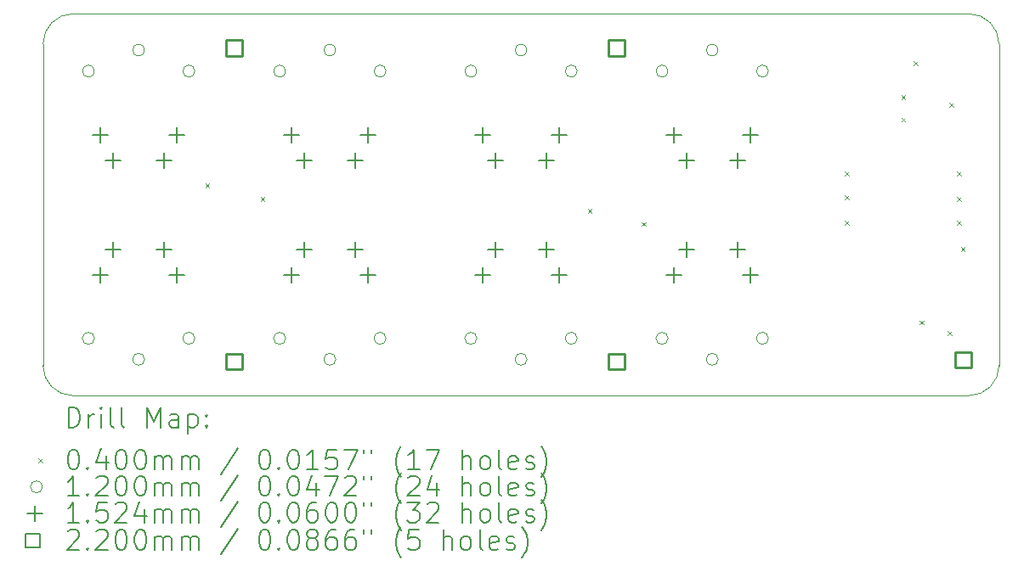
<source format=gbr>
%TF.GenerationSoftware,KiCad,Pcbnew,7.0.7*%
%TF.CreationDate,2023-09-02T22:33:10+10:00*%
%TF.ProjectId,artsey,61727473-6579-42e6-9b69-6361645f7063,rev?*%
%TF.SameCoordinates,Original*%
%TF.FileFunction,Drillmap*%
%TF.FilePolarity,Positive*%
%FSLAX45Y45*%
G04 Gerber Fmt 4.5, Leading zero omitted, Abs format (unit mm)*
G04 Created by KiCad (PCBNEW 7.0.7) date 2023-09-02 22:33:10*
%MOMM*%
%LPD*%
G01*
G04 APERTURE LIST*
%ADD10C,0.100000*%
%ADD11C,0.200000*%
%ADD12C,0.040000*%
%ADD13C,0.120000*%
%ADD14C,0.152400*%
%ADD15C,0.220000*%
G04 APERTURE END LIST*
D10*
X2800310Y-2500310D02*
G75*
G03*
X2500310Y-2800310I0J-300000D01*
G01*
X12025300Y-2800310D02*
G75*
G03*
X11725302Y-2500310I-300000J0D01*
G01*
X2500313Y-6010307D02*
G75*
G03*
X2800310Y-6310307I299997J-3D01*
G01*
X11725302Y-6310307D02*
X2800310Y-6310307D01*
X11725302Y-6310312D02*
G75*
G03*
X12025302Y-6010307I-2J300002D01*
G01*
X12025302Y-2800310D02*
X12025302Y-6010307D01*
X2800310Y-2500310D02*
X11725302Y-2500310D01*
X2500310Y-6010307D02*
X2500310Y-2800310D01*
D11*
D12*
X4117418Y-4191832D02*
X4157418Y-4231832D01*
X4157418Y-4191832D02*
X4117418Y-4231832D01*
X4668082Y-4325778D02*
X4708082Y-4365778D01*
X4708082Y-4325778D02*
X4668082Y-4365778D01*
X7927415Y-4444840D02*
X7967415Y-4484840D01*
X7967415Y-4444840D02*
X7927415Y-4484840D01*
X8463196Y-4578785D02*
X8503196Y-4618785D01*
X8503196Y-4578785D02*
X8463196Y-4618785D01*
X10487257Y-4072770D02*
X10527257Y-4112770D01*
X10527257Y-4072770D02*
X10487257Y-4112770D01*
X10487257Y-4310895D02*
X10527257Y-4350895D01*
X10527257Y-4310895D02*
X10487257Y-4350895D01*
X10487257Y-4563902D02*
X10527257Y-4603902D01*
X10527257Y-4563902D02*
X10487257Y-4603902D01*
X11052803Y-3313747D02*
X11092803Y-3353747D01*
X11092803Y-3313747D02*
X11052803Y-3353747D01*
X11052803Y-3536989D02*
X11092803Y-3576989D01*
X11092803Y-3536989D02*
X11052803Y-3576989D01*
X11171866Y-2971443D02*
X11211866Y-3011443D01*
X11211866Y-2971443D02*
X11171866Y-3011443D01*
X11231397Y-5561050D02*
X11271397Y-5601050D01*
X11271397Y-5561050D02*
X11231397Y-5601050D01*
X11514170Y-5665230D02*
X11554170Y-5705230D01*
X11554170Y-5665230D02*
X11514170Y-5705230D01*
X11529053Y-3388161D02*
X11569053Y-3428161D01*
X11569053Y-3388161D02*
X11529053Y-3428161D01*
X11603467Y-4072770D02*
X11643467Y-4112770D01*
X11643467Y-4072770D02*
X11603467Y-4112770D01*
X11603467Y-4325778D02*
X11643467Y-4365778D01*
X11643467Y-4325778D02*
X11603467Y-4365778D01*
X11603467Y-4563902D02*
X11643467Y-4603902D01*
X11643467Y-4563902D02*
X11603467Y-4603902D01*
X11645399Y-4829076D02*
X11685399Y-4869076D01*
X11685399Y-4829076D02*
X11645399Y-4869076D01*
D13*
X3012500Y-3072500D02*
G75*
G03*
X3012500Y-3072500I-60000J0D01*
G01*
X3012500Y-5737500D02*
G75*
G03*
X3012500Y-5737500I-60000J0D01*
G01*
X3512500Y-2862500D02*
G75*
G03*
X3512500Y-2862500I-60000J0D01*
G01*
X3512500Y-5947500D02*
G75*
G03*
X3512500Y-5947500I-60000J0D01*
G01*
X4012500Y-3072500D02*
G75*
G03*
X4012500Y-3072500I-60000J0D01*
G01*
X4012500Y-5737500D02*
G75*
G03*
X4012500Y-5737500I-60000J0D01*
G01*
X4917500Y-3072500D02*
G75*
G03*
X4917500Y-3072500I-60000J0D01*
G01*
X4917500Y-5737500D02*
G75*
G03*
X4917500Y-5737500I-60000J0D01*
G01*
X5417500Y-2862500D02*
G75*
G03*
X5417500Y-2862500I-60000J0D01*
G01*
X5417500Y-5947500D02*
G75*
G03*
X5417500Y-5947500I-60000J0D01*
G01*
X5917500Y-3072500D02*
G75*
G03*
X5917500Y-3072500I-60000J0D01*
G01*
X5917500Y-5737500D02*
G75*
G03*
X5917500Y-5737500I-60000J0D01*
G01*
X6822500Y-3072500D02*
G75*
G03*
X6822500Y-3072500I-60000J0D01*
G01*
X6822500Y-5737500D02*
G75*
G03*
X6822500Y-5737500I-60000J0D01*
G01*
X7322500Y-2862500D02*
G75*
G03*
X7322500Y-2862500I-60000J0D01*
G01*
X7322500Y-5947500D02*
G75*
G03*
X7322500Y-5947500I-60000J0D01*
G01*
X7822500Y-3072500D02*
G75*
G03*
X7822500Y-3072500I-60000J0D01*
G01*
X7822500Y-5737500D02*
G75*
G03*
X7822500Y-5737500I-60000J0D01*
G01*
X8727500Y-3072500D02*
G75*
G03*
X8727500Y-3072500I-60000J0D01*
G01*
X8727500Y-5737500D02*
G75*
G03*
X8727500Y-5737500I-60000J0D01*
G01*
X9227500Y-2862500D02*
G75*
G03*
X9227500Y-2862500I-60000J0D01*
G01*
X9227500Y-5947500D02*
G75*
G03*
X9227500Y-5947500I-60000J0D01*
G01*
X9727500Y-3072500D02*
G75*
G03*
X9727500Y-3072500I-60000J0D01*
G01*
X9727500Y-5737500D02*
G75*
G03*
X9727500Y-5737500I-60000J0D01*
G01*
D14*
X3071500Y-3630300D02*
X3071500Y-3782700D01*
X2995300Y-3706500D02*
X3147700Y-3706500D01*
X3072802Y-5029593D02*
X3072802Y-5181993D01*
X2996602Y-5105793D02*
X3149002Y-5105793D01*
X3198500Y-3884300D02*
X3198500Y-4036700D01*
X3122300Y-3960500D02*
X3274700Y-3960500D01*
X3199802Y-4775593D02*
X3199802Y-4927993D01*
X3123602Y-4851793D02*
X3276002Y-4851793D01*
X3706500Y-3884300D02*
X3706500Y-4036700D01*
X3630300Y-3960500D02*
X3782700Y-3960500D01*
X3707802Y-4775593D02*
X3707802Y-4927993D01*
X3631602Y-4851793D02*
X3784002Y-4851793D01*
X3833500Y-3630300D02*
X3833500Y-3782700D01*
X3757300Y-3706500D02*
X3909700Y-3706500D01*
X3834802Y-5029593D02*
X3834802Y-5181993D01*
X3758602Y-5105793D02*
X3911002Y-5105793D01*
X4974823Y-3630610D02*
X4974823Y-3783010D01*
X4898623Y-3706810D02*
X5051023Y-3706810D01*
X4975816Y-5029593D02*
X4975816Y-5181993D01*
X4899616Y-5105793D02*
X5052016Y-5105793D01*
X5101823Y-3884610D02*
X5101823Y-4037010D01*
X5025623Y-3960810D02*
X5178023Y-3960810D01*
X5102816Y-4775593D02*
X5102816Y-4927993D01*
X5026616Y-4851793D02*
X5179016Y-4851793D01*
X5609823Y-3884610D02*
X5609823Y-4037010D01*
X5533623Y-3960810D02*
X5686023Y-3960810D01*
X5610816Y-4775593D02*
X5610816Y-4927993D01*
X5534616Y-4851793D02*
X5687016Y-4851793D01*
X5736823Y-3630610D02*
X5736823Y-3783010D01*
X5660623Y-3706810D02*
X5813023Y-3706810D01*
X5737816Y-5029593D02*
X5737816Y-5181993D01*
X5661616Y-5105793D02*
X5814016Y-5105793D01*
X6880814Y-3632594D02*
X6880814Y-3784994D01*
X6804614Y-3708794D02*
X6957014Y-3708794D01*
X6880814Y-5029593D02*
X6880814Y-5181993D01*
X6804614Y-5105793D02*
X6957014Y-5105793D01*
X7007814Y-3886594D02*
X7007814Y-4038994D01*
X6931614Y-3962794D02*
X7084014Y-3962794D01*
X7007814Y-4775593D02*
X7007814Y-4927993D01*
X6931614Y-4851793D02*
X7084014Y-4851793D01*
X7515814Y-3886594D02*
X7515814Y-4038994D01*
X7439614Y-3962794D02*
X7592014Y-3962794D01*
X7515814Y-4775593D02*
X7515814Y-4927993D01*
X7439614Y-4851793D02*
X7592014Y-4851793D01*
X7642814Y-3632594D02*
X7642814Y-3784994D01*
X7566614Y-3708794D02*
X7719014Y-3708794D01*
X7642814Y-5029593D02*
X7642814Y-5181993D01*
X7566614Y-5105793D02*
X7719014Y-5105793D01*
X8784820Y-3630610D02*
X8784820Y-3783010D01*
X8708620Y-3706810D02*
X8861020Y-3706810D01*
X8785812Y-5029593D02*
X8785812Y-5181993D01*
X8709612Y-5105793D02*
X8862012Y-5105793D01*
X8911820Y-3884610D02*
X8911820Y-4037010D01*
X8835620Y-3960810D02*
X8988020Y-3960810D01*
X8912812Y-4775593D02*
X8912812Y-4927993D01*
X8836612Y-4851793D02*
X8989012Y-4851793D01*
X9419820Y-3884610D02*
X9419820Y-4037010D01*
X9343620Y-3960810D02*
X9496020Y-3960810D01*
X9420812Y-4775593D02*
X9420812Y-4927993D01*
X9344612Y-4851793D02*
X9497012Y-4851793D01*
X9546820Y-3630610D02*
X9546820Y-3783010D01*
X9470620Y-3706810D02*
X9623020Y-3706810D01*
X9547812Y-5029593D02*
X9547812Y-5181993D01*
X9471612Y-5105793D02*
X9624012Y-5105793D01*
D15*
X4483091Y-2920397D02*
X4483091Y-2764832D01*
X4327526Y-2764832D01*
X4327526Y-2920397D01*
X4483091Y-2920397D01*
X4483091Y-6045785D02*
X4483091Y-5890220D01*
X4327526Y-5890220D01*
X4327526Y-6045785D01*
X4483091Y-6045785D01*
X8293088Y-2920397D02*
X8293088Y-2764832D01*
X8137523Y-2764832D01*
X8137523Y-2920397D01*
X8293088Y-2920397D01*
X8293088Y-6045785D02*
X8293088Y-5890220D01*
X8137523Y-5890220D01*
X8137523Y-6045785D01*
X8293088Y-6045785D01*
X11745898Y-6030902D02*
X11745898Y-5875337D01*
X11590333Y-5875337D01*
X11590333Y-6030902D01*
X11745898Y-6030902D01*
D11*
X2756087Y-6626791D02*
X2756087Y-6426791D01*
X2756087Y-6426791D02*
X2803706Y-6426791D01*
X2803706Y-6426791D02*
X2832278Y-6436315D01*
X2832278Y-6436315D02*
X2851325Y-6455362D01*
X2851325Y-6455362D02*
X2860849Y-6474410D01*
X2860849Y-6474410D02*
X2870373Y-6512505D01*
X2870373Y-6512505D02*
X2870373Y-6541077D01*
X2870373Y-6541077D02*
X2860849Y-6579172D01*
X2860849Y-6579172D02*
X2851325Y-6598219D01*
X2851325Y-6598219D02*
X2832278Y-6617267D01*
X2832278Y-6617267D02*
X2803706Y-6626791D01*
X2803706Y-6626791D02*
X2756087Y-6626791D01*
X2956087Y-6626791D02*
X2956087Y-6493458D01*
X2956087Y-6531553D02*
X2965611Y-6512505D01*
X2965611Y-6512505D02*
X2975135Y-6502981D01*
X2975135Y-6502981D02*
X2994182Y-6493458D01*
X2994182Y-6493458D02*
X3013230Y-6493458D01*
X3079897Y-6626791D02*
X3079897Y-6493458D01*
X3079897Y-6426791D02*
X3070373Y-6436315D01*
X3070373Y-6436315D02*
X3079897Y-6445839D01*
X3079897Y-6445839D02*
X3089420Y-6436315D01*
X3089420Y-6436315D02*
X3079897Y-6426791D01*
X3079897Y-6426791D02*
X3079897Y-6445839D01*
X3203706Y-6626791D02*
X3184659Y-6617267D01*
X3184659Y-6617267D02*
X3175135Y-6598219D01*
X3175135Y-6598219D02*
X3175135Y-6426791D01*
X3308468Y-6626791D02*
X3289420Y-6617267D01*
X3289420Y-6617267D02*
X3279897Y-6598219D01*
X3279897Y-6598219D02*
X3279897Y-6426791D01*
X3537040Y-6626791D02*
X3537040Y-6426791D01*
X3537040Y-6426791D02*
X3603706Y-6569648D01*
X3603706Y-6569648D02*
X3670373Y-6426791D01*
X3670373Y-6426791D02*
X3670373Y-6626791D01*
X3851325Y-6626791D02*
X3851325Y-6522029D01*
X3851325Y-6522029D02*
X3841801Y-6502981D01*
X3841801Y-6502981D02*
X3822754Y-6493458D01*
X3822754Y-6493458D02*
X3784659Y-6493458D01*
X3784659Y-6493458D02*
X3765611Y-6502981D01*
X3851325Y-6617267D02*
X3832278Y-6626791D01*
X3832278Y-6626791D02*
X3784659Y-6626791D01*
X3784659Y-6626791D02*
X3765611Y-6617267D01*
X3765611Y-6617267D02*
X3756087Y-6598219D01*
X3756087Y-6598219D02*
X3756087Y-6579172D01*
X3756087Y-6579172D02*
X3765611Y-6560124D01*
X3765611Y-6560124D02*
X3784659Y-6550600D01*
X3784659Y-6550600D02*
X3832278Y-6550600D01*
X3832278Y-6550600D02*
X3851325Y-6541077D01*
X3946563Y-6493458D02*
X3946563Y-6693458D01*
X3946563Y-6502981D02*
X3965611Y-6493458D01*
X3965611Y-6493458D02*
X4003706Y-6493458D01*
X4003706Y-6493458D02*
X4022754Y-6502981D01*
X4022754Y-6502981D02*
X4032278Y-6512505D01*
X4032278Y-6512505D02*
X4041801Y-6531553D01*
X4041801Y-6531553D02*
X4041801Y-6588696D01*
X4041801Y-6588696D02*
X4032278Y-6607743D01*
X4032278Y-6607743D02*
X4022754Y-6617267D01*
X4022754Y-6617267D02*
X4003706Y-6626791D01*
X4003706Y-6626791D02*
X3965611Y-6626791D01*
X3965611Y-6626791D02*
X3946563Y-6617267D01*
X4127516Y-6607743D02*
X4137040Y-6617267D01*
X4137040Y-6617267D02*
X4127516Y-6626791D01*
X4127516Y-6626791D02*
X4117992Y-6617267D01*
X4117992Y-6617267D02*
X4127516Y-6607743D01*
X4127516Y-6607743D02*
X4127516Y-6626791D01*
X4127516Y-6502981D02*
X4137040Y-6512505D01*
X4137040Y-6512505D02*
X4127516Y-6522029D01*
X4127516Y-6522029D02*
X4117992Y-6512505D01*
X4117992Y-6512505D02*
X4127516Y-6502981D01*
X4127516Y-6502981D02*
X4127516Y-6522029D01*
D12*
X2455310Y-6935307D02*
X2495310Y-6975307D01*
X2495310Y-6935307D02*
X2455310Y-6975307D01*
D11*
X2794182Y-6846791D02*
X2813230Y-6846791D01*
X2813230Y-6846791D02*
X2832278Y-6856315D01*
X2832278Y-6856315D02*
X2841801Y-6865839D01*
X2841801Y-6865839D02*
X2851325Y-6884886D01*
X2851325Y-6884886D02*
X2860849Y-6922981D01*
X2860849Y-6922981D02*
X2860849Y-6970600D01*
X2860849Y-6970600D02*
X2851325Y-7008696D01*
X2851325Y-7008696D02*
X2841801Y-7027743D01*
X2841801Y-7027743D02*
X2832278Y-7037267D01*
X2832278Y-7037267D02*
X2813230Y-7046791D01*
X2813230Y-7046791D02*
X2794182Y-7046791D01*
X2794182Y-7046791D02*
X2775135Y-7037267D01*
X2775135Y-7037267D02*
X2765611Y-7027743D01*
X2765611Y-7027743D02*
X2756087Y-7008696D01*
X2756087Y-7008696D02*
X2746563Y-6970600D01*
X2746563Y-6970600D02*
X2746563Y-6922981D01*
X2746563Y-6922981D02*
X2756087Y-6884886D01*
X2756087Y-6884886D02*
X2765611Y-6865839D01*
X2765611Y-6865839D02*
X2775135Y-6856315D01*
X2775135Y-6856315D02*
X2794182Y-6846791D01*
X2946563Y-7027743D02*
X2956087Y-7037267D01*
X2956087Y-7037267D02*
X2946563Y-7046791D01*
X2946563Y-7046791D02*
X2937040Y-7037267D01*
X2937040Y-7037267D02*
X2946563Y-7027743D01*
X2946563Y-7027743D02*
X2946563Y-7046791D01*
X3127516Y-6913458D02*
X3127516Y-7046791D01*
X3079897Y-6837267D02*
X3032278Y-6980124D01*
X3032278Y-6980124D02*
X3156087Y-6980124D01*
X3270373Y-6846791D02*
X3289421Y-6846791D01*
X3289421Y-6846791D02*
X3308468Y-6856315D01*
X3308468Y-6856315D02*
X3317992Y-6865839D01*
X3317992Y-6865839D02*
X3327516Y-6884886D01*
X3327516Y-6884886D02*
X3337040Y-6922981D01*
X3337040Y-6922981D02*
X3337040Y-6970600D01*
X3337040Y-6970600D02*
X3327516Y-7008696D01*
X3327516Y-7008696D02*
X3317992Y-7027743D01*
X3317992Y-7027743D02*
X3308468Y-7037267D01*
X3308468Y-7037267D02*
X3289421Y-7046791D01*
X3289421Y-7046791D02*
X3270373Y-7046791D01*
X3270373Y-7046791D02*
X3251325Y-7037267D01*
X3251325Y-7037267D02*
X3241801Y-7027743D01*
X3241801Y-7027743D02*
X3232278Y-7008696D01*
X3232278Y-7008696D02*
X3222754Y-6970600D01*
X3222754Y-6970600D02*
X3222754Y-6922981D01*
X3222754Y-6922981D02*
X3232278Y-6884886D01*
X3232278Y-6884886D02*
X3241801Y-6865839D01*
X3241801Y-6865839D02*
X3251325Y-6856315D01*
X3251325Y-6856315D02*
X3270373Y-6846791D01*
X3460849Y-6846791D02*
X3479897Y-6846791D01*
X3479897Y-6846791D02*
X3498944Y-6856315D01*
X3498944Y-6856315D02*
X3508468Y-6865839D01*
X3508468Y-6865839D02*
X3517992Y-6884886D01*
X3517992Y-6884886D02*
X3527516Y-6922981D01*
X3527516Y-6922981D02*
X3527516Y-6970600D01*
X3527516Y-6970600D02*
X3517992Y-7008696D01*
X3517992Y-7008696D02*
X3508468Y-7027743D01*
X3508468Y-7027743D02*
X3498944Y-7037267D01*
X3498944Y-7037267D02*
X3479897Y-7046791D01*
X3479897Y-7046791D02*
X3460849Y-7046791D01*
X3460849Y-7046791D02*
X3441801Y-7037267D01*
X3441801Y-7037267D02*
X3432278Y-7027743D01*
X3432278Y-7027743D02*
X3422754Y-7008696D01*
X3422754Y-7008696D02*
X3413230Y-6970600D01*
X3413230Y-6970600D02*
X3413230Y-6922981D01*
X3413230Y-6922981D02*
X3422754Y-6884886D01*
X3422754Y-6884886D02*
X3432278Y-6865839D01*
X3432278Y-6865839D02*
X3441801Y-6856315D01*
X3441801Y-6856315D02*
X3460849Y-6846791D01*
X3613230Y-7046791D02*
X3613230Y-6913458D01*
X3613230Y-6932505D02*
X3622754Y-6922981D01*
X3622754Y-6922981D02*
X3641801Y-6913458D01*
X3641801Y-6913458D02*
X3670373Y-6913458D01*
X3670373Y-6913458D02*
X3689421Y-6922981D01*
X3689421Y-6922981D02*
X3698944Y-6942029D01*
X3698944Y-6942029D02*
X3698944Y-7046791D01*
X3698944Y-6942029D02*
X3708468Y-6922981D01*
X3708468Y-6922981D02*
X3727516Y-6913458D01*
X3727516Y-6913458D02*
X3756087Y-6913458D01*
X3756087Y-6913458D02*
X3775135Y-6922981D01*
X3775135Y-6922981D02*
X3784659Y-6942029D01*
X3784659Y-6942029D02*
X3784659Y-7046791D01*
X3879897Y-7046791D02*
X3879897Y-6913458D01*
X3879897Y-6932505D02*
X3889421Y-6922981D01*
X3889421Y-6922981D02*
X3908468Y-6913458D01*
X3908468Y-6913458D02*
X3937040Y-6913458D01*
X3937040Y-6913458D02*
X3956087Y-6922981D01*
X3956087Y-6922981D02*
X3965611Y-6942029D01*
X3965611Y-6942029D02*
X3965611Y-7046791D01*
X3965611Y-6942029D02*
X3975135Y-6922981D01*
X3975135Y-6922981D02*
X3994182Y-6913458D01*
X3994182Y-6913458D02*
X4022754Y-6913458D01*
X4022754Y-6913458D02*
X4041802Y-6922981D01*
X4041802Y-6922981D02*
X4051325Y-6942029D01*
X4051325Y-6942029D02*
X4051325Y-7046791D01*
X4441802Y-6837267D02*
X4270373Y-7094410D01*
X4698945Y-6846791D02*
X4717992Y-6846791D01*
X4717992Y-6846791D02*
X4737040Y-6856315D01*
X4737040Y-6856315D02*
X4746564Y-6865839D01*
X4746564Y-6865839D02*
X4756087Y-6884886D01*
X4756087Y-6884886D02*
X4765611Y-6922981D01*
X4765611Y-6922981D02*
X4765611Y-6970600D01*
X4765611Y-6970600D02*
X4756087Y-7008696D01*
X4756087Y-7008696D02*
X4746564Y-7027743D01*
X4746564Y-7027743D02*
X4737040Y-7037267D01*
X4737040Y-7037267D02*
X4717992Y-7046791D01*
X4717992Y-7046791D02*
X4698945Y-7046791D01*
X4698945Y-7046791D02*
X4679897Y-7037267D01*
X4679897Y-7037267D02*
X4670373Y-7027743D01*
X4670373Y-7027743D02*
X4660849Y-7008696D01*
X4660849Y-7008696D02*
X4651326Y-6970600D01*
X4651326Y-6970600D02*
X4651326Y-6922981D01*
X4651326Y-6922981D02*
X4660849Y-6884886D01*
X4660849Y-6884886D02*
X4670373Y-6865839D01*
X4670373Y-6865839D02*
X4679897Y-6856315D01*
X4679897Y-6856315D02*
X4698945Y-6846791D01*
X4851326Y-7027743D02*
X4860849Y-7037267D01*
X4860849Y-7037267D02*
X4851326Y-7046791D01*
X4851326Y-7046791D02*
X4841802Y-7037267D01*
X4841802Y-7037267D02*
X4851326Y-7027743D01*
X4851326Y-7027743D02*
X4851326Y-7046791D01*
X4984659Y-6846791D02*
X5003707Y-6846791D01*
X5003707Y-6846791D02*
X5022754Y-6856315D01*
X5022754Y-6856315D02*
X5032278Y-6865839D01*
X5032278Y-6865839D02*
X5041802Y-6884886D01*
X5041802Y-6884886D02*
X5051326Y-6922981D01*
X5051326Y-6922981D02*
X5051326Y-6970600D01*
X5051326Y-6970600D02*
X5041802Y-7008696D01*
X5041802Y-7008696D02*
X5032278Y-7027743D01*
X5032278Y-7027743D02*
X5022754Y-7037267D01*
X5022754Y-7037267D02*
X5003707Y-7046791D01*
X5003707Y-7046791D02*
X4984659Y-7046791D01*
X4984659Y-7046791D02*
X4965611Y-7037267D01*
X4965611Y-7037267D02*
X4956087Y-7027743D01*
X4956087Y-7027743D02*
X4946564Y-7008696D01*
X4946564Y-7008696D02*
X4937040Y-6970600D01*
X4937040Y-6970600D02*
X4937040Y-6922981D01*
X4937040Y-6922981D02*
X4946564Y-6884886D01*
X4946564Y-6884886D02*
X4956087Y-6865839D01*
X4956087Y-6865839D02*
X4965611Y-6856315D01*
X4965611Y-6856315D02*
X4984659Y-6846791D01*
X5241802Y-7046791D02*
X5127516Y-7046791D01*
X5184659Y-7046791D02*
X5184659Y-6846791D01*
X5184659Y-6846791D02*
X5165611Y-6875362D01*
X5165611Y-6875362D02*
X5146564Y-6894410D01*
X5146564Y-6894410D02*
X5127516Y-6903934D01*
X5422754Y-6846791D02*
X5327516Y-6846791D01*
X5327516Y-6846791D02*
X5317992Y-6942029D01*
X5317992Y-6942029D02*
X5327516Y-6932505D01*
X5327516Y-6932505D02*
X5346564Y-6922981D01*
X5346564Y-6922981D02*
X5394183Y-6922981D01*
X5394183Y-6922981D02*
X5413230Y-6932505D01*
X5413230Y-6932505D02*
X5422754Y-6942029D01*
X5422754Y-6942029D02*
X5432278Y-6961077D01*
X5432278Y-6961077D02*
X5432278Y-7008696D01*
X5432278Y-7008696D02*
X5422754Y-7027743D01*
X5422754Y-7027743D02*
X5413230Y-7037267D01*
X5413230Y-7037267D02*
X5394183Y-7046791D01*
X5394183Y-7046791D02*
X5346564Y-7046791D01*
X5346564Y-7046791D02*
X5327516Y-7037267D01*
X5327516Y-7037267D02*
X5317992Y-7027743D01*
X5498945Y-6846791D02*
X5632278Y-6846791D01*
X5632278Y-6846791D02*
X5546564Y-7046791D01*
X5698945Y-6846791D02*
X5698945Y-6884886D01*
X5775135Y-6846791D02*
X5775135Y-6884886D01*
X6070373Y-7122981D02*
X6060849Y-7113458D01*
X6060849Y-7113458D02*
X6041802Y-7084886D01*
X6041802Y-7084886D02*
X6032278Y-7065839D01*
X6032278Y-7065839D02*
X6022754Y-7037267D01*
X6022754Y-7037267D02*
X6013230Y-6989648D01*
X6013230Y-6989648D02*
X6013230Y-6951553D01*
X6013230Y-6951553D02*
X6022754Y-6903934D01*
X6022754Y-6903934D02*
X6032278Y-6875362D01*
X6032278Y-6875362D02*
X6041802Y-6856315D01*
X6041802Y-6856315D02*
X6060849Y-6827743D01*
X6060849Y-6827743D02*
X6070373Y-6818219D01*
X6251326Y-7046791D02*
X6137040Y-7046791D01*
X6194183Y-7046791D02*
X6194183Y-6846791D01*
X6194183Y-6846791D02*
X6175135Y-6875362D01*
X6175135Y-6875362D02*
X6156087Y-6894410D01*
X6156087Y-6894410D02*
X6137040Y-6903934D01*
X6317992Y-6846791D02*
X6451326Y-6846791D01*
X6451326Y-6846791D02*
X6365611Y-7046791D01*
X6679897Y-7046791D02*
X6679897Y-6846791D01*
X6765611Y-7046791D02*
X6765611Y-6942029D01*
X6765611Y-6942029D02*
X6756088Y-6922981D01*
X6756088Y-6922981D02*
X6737040Y-6913458D01*
X6737040Y-6913458D02*
X6708468Y-6913458D01*
X6708468Y-6913458D02*
X6689421Y-6922981D01*
X6689421Y-6922981D02*
X6679897Y-6932505D01*
X6889421Y-7046791D02*
X6870373Y-7037267D01*
X6870373Y-7037267D02*
X6860849Y-7027743D01*
X6860849Y-7027743D02*
X6851326Y-7008696D01*
X6851326Y-7008696D02*
X6851326Y-6951553D01*
X6851326Y-6951553D02*
X6860849Y-6932505D01*
X6860849Y-6932505D02*
X6870373Y-6922981D01*
X6870373Y-6922981D02*
X6889421Y-6913458D01*
X6889421Y-6913458D02*
X6917992Y-6913458D01*
X6917992Y-6913458D02*
X6937040Y-6922981D01*
X6937040Y-6922981D02*
X6946564Y-6932505D01*
X6946564Y-6932505D02*
X6956088Y-6951553D01*
X6956088Y-6951553D02*
X6956088Y-7008696D01*
X6956088Y-7008696D02*
X6946564Y-7027743D01*
X6946564Y-7027743D02*
X6937040Y-7037267D01*
X6937040Y-7037267D02*
X6917992Y-7046791D01*
X6917992Y-7046791D02*
X6889421Y-7046791D01*
X7070373Y-7046791D02*
X7051326Y-7037267D01*
X7051326Y-7037267D02*
X7041802Y-7018219D01*
X7041802Y-7018219D02*
X7041802Y-6846791D01*
X7222754Y-7037267D02*
X7203707Y-7046791D01*
X7203707Y-7046791D02*
X7165611Y-7046791D01*
X7165611Y-7046791D02*
X7146564Y-7037267D01*
X7146564Y-7037267D02*
X7137040Y-7018219D01*
X7137040Y-7018219D02*
X7137040Y-6942029D01*
X7137040Y-6942029D02*
X7146564Y-6922981D01*
X7146564Y-6922981D02*
X7165611Y-6913458D01*
X7165611Y-6913458D02*
X7203707Y-6913458D01*
X7203707Y-6913458D02*
X7222754Y-6922981D01*
X7222754Y-6922981D02*
X7232278Y-6942029D01*
X7232278Y-6942029D02*
X7232278Y-6961077D01*
X7232278Y-6961077D02*
X7137040Y-6980124D01*
X7308469Y-7037267D02*
X7327516Y-7046791D01*
X7327516Y-7046791D02*
X7365611Y-7046791D01*
X7365611Y-7046791D02*
X7384659Y-7037267D01*
X7384659Y-7037267D02*
X7394183Y-7018219D01*
X7394183Y-7018219D02*
X7394183Y-7008696D01*
X7394183Y-7008696D02*
X7384659Y-6989648D01*
X7384659Y-6989648D02*
X7365611Y-6980124D01*
X7365611Y-6980124D02*
X7337040Y-6980124D01*
X7337040Y-6980124D02*
X7317992Y-6970600D01*
X7317992Y-6970600D02*
X7308469Y-6951553D01*
X7308469Y-6951553D02*
X7308469Y-6942029D01*
X7308469Y-6942029D02*
X7317992Y-6922981D01*
X7317992Y-6922981D02*
X7337040Y-6913458D01*
X7337040Y-6913458D02*
X7365611Y-6913458D01*
X7365611Y-6913458D02*
X7384659Y-6922981D01*
X7460850Y-7122981D02*
X7470373Y-7113458D01*
X7470373Y-7113458D02*
X7489421Y-7084886D01*
X7489421Y-7084886D02*
X7498945Y-7065839D01*
X7498945Y-7065839D02*
X7508469Y-7037267D01*
X7508469Y-7037267D02*
X7517992Y-6989648D01*
X7517992Y-6989648D02*
X7517992Y-6951553D01*
X7517992Y-6951553D02*
X7508469Y-6903934D01*
X7508469Y-6903934D02*
X7498945Y-6875362D01*
X7498945Y-6875362D02*
X7489421Y-6856315D01*
X7489421Y-6856315D02*
X7470373Y-6827743D01*
X7470373Y-6827743D02*
X7460850Y-6818219D01*
D13*
X2495310Y-7219307D02*
G75*
G03*
X2495310Y-7219307I-60000J0D01*
G01*
D11*
X2860849Y-7310791D02*
X2746563Y-7310791D01*
X2803706Y-7310791D02*
X2803706Y-7110791D01*
X2803706Y-7110791D02*
X2784659Y-7139362D01*
X2784659Y-7139362D02*
X2765611Y-7158410D01*
X2765611Y-7158410D02*
X2746563Y-7167934D01*
X2946563Y-7291743D02*
X2956087Y-7301267D01*
X2956087Y-7301267D02*
X2946563Y-7310791D01*
X2946563Y-7310791D02*
X2937040Y-7301267D01*
X2937040Y-7301267D02*
X2946563Y-7291743D01*
X2946563Y-7291743D02*
X2946563Y-7310791D01*
X3032278Y-7129839D02*
X3041801Y-7120315D01*
X3041801Y-7120315D02*
X3060849Y-7110791D01*
X3060849Y-7110791D02*
X3108468Y-7110791D01*
X3108468Y-7110791D02*
X3127516Y-7120315D01*
X3127516Y-7120315D02*
X3137040Y-7129839D01*
X3137040Y-7129839D02*
X3146563Y-7148886D01*
X3146563Y-7148886D02*
X3146563Y-7167934D01*
X3146563Y-7167934D02*
X3137040Y-7196505D01*
X3137040Y-7196505D02*
X3022754Y-7310791D01*
X3022754Y-7310791D02*
X3146563Y-7310791D01*
X3270373Y-7110791D02*
X3289421Y-7110791D01*
X3289421Y-7110791D02*
X3308468Y-7120315D01*
X3308468Y-7120315D02*
X3317992Y-7129839D01*
X3317992Y-7129839D02*
X3327516Y-7148886D01*
X3327516Y-7148886D02*
X3337040Y-7186981D01*
X3337040Y-7186981D02*
X3337040Y-7234600D01*
X3337040Y-7234600D02*
X3327516Y-7272696D01*
X3327516Y-7272696D02*
X3317992Y-7291743D01*
X3317992Y-7291743D02*
X3308468Y-7301267D01*
X3308468Y-7301267D02*
X3289421Y-7310791D01*
X3289421Y-7310791D02*
X3270373Y-7310791D01*
X3270373Y-7310791D02*
X3251325Y-7301267D01*
X3251325Y-7301267D02*
X3241801Y-7291743D01*
X3241801Y-7291743D02*
X3232278Y-7272696D01*
X3232278Y-7272696D02*
X3222754Y-7234600D01*
X3222754Y-7234600D02*
X3222754Y-7186981D01*
X3222754Y-7186981D02*
X3232278Y-7148886D01*
X3232278Y-7148886D02*
X3241801Y-7129839D01*
X3241801Y-7129839D02*
X3251325Y-7120315D01*
X3251325Y-7120315D02*
X3270373Y-7110791D01*
X3460849Y-7110791D02*
X3479897Y-7110791D01*
X3479897Y-7110791D02*
X3498944Y-7120315D01*
X3498944Y-7120315D02*
X3508468Y-7129839D01*
X3508468Y-7129839D02*
X3517992Y-7148886D01*
X3517992Y-7148886D02*
X3527516Y-7186981D01*
X3527516Y-7186981D02*
X3527516Y-7234600D01*
X3527516Y-7234600D02*
X3517992Y-7272696D01*
X3517992Y-7272696D02*
X3508468Y-7291743D01*
X3508468Y-7291743D02*
X3498944Y-7301267D01*
X3498944Y-7301267D02*
X3479897Y-7310791D01*
X3479897Y-7310791D02*
X3460849Y-7310791D01*
X3460849Y-7310791D02*
X3441801Y-7301267D01*
X3441801Y-7301267D02*
X3432278Y-7291743D01*
X3432278Y-7291743D02*
X3422754Y-7272696D01*
X3422754Y-7272696D02*
X3413230Y-7234600D01*
X3413230Y-7234600D02*
X3413230Y-7186981D01*
X3413230Y-7186981D02*
X3422754Y-7148886D01*
X3422754Y-7148886D02*
X3432278Y-7129839D01*
X3432278Y-7129839D02*
X3441801Y-7120315D01*
X3441801Y-7120315D02*
X3460849Y-7110791D01*
X3613230Y-7310791D02*
X3613230Y-7177458D01*
X3613230Y-7196505D02*
X3622754Y-7186981D01*
X3622754Y-7186981D02*
X3641801Y-7177458D01*
X3641801Y-7177458D02*
X3670373Y-7177458D01*
X3670373Y-7177458D02*
X3689421Y-7186981D01*
X3689421Y-7186981D02*
X3698944Y-7206029D01*
X3698944Y-7206029D02*
X3698944Y-7310791D01*
X3698944Y-7206029D02*
X3708468Y-7186981D01*
X3708468Y-7186981D02*
X3727516Y-7177458D01*
X3727516Y-7177458D02*
X3756087Y-7177458D01*
X3756087Y-7177458D02*
X3775135Y-7186981D01*
X3775135Y-7186981D02*
X3784659Y-7206029D01*
X3784659Y-7206029D02*
X3784659Y-7310791D01*
X3879897Y-7310791D02*
X3879897Y-7177458D01*
X3879897Y-7196505D02*
X3889421Y-7186981D01*
X3889421Y-7186981D02*
X3908468Y-7177458D01*
X3908468Y-7177458D02*
X3937040Y-7177458D01*
X3937040Y-7177458D02*
X3956087Y-7186981D01*
X3956087Y-7186981D02*
X3965611Y-7206029D01*
X3965611Y-7206029D02*
X3965611Y-7310791D01*
X3965611Y-7206029D02*
X3975135Y-7186981D01*
X3975135Y-7186981D02*
X3994182Y-7177458D01*
X3994182Y-7177458D02*
X4022754Y-7177458D01*
X4022754Y-7177458D02*
X4041802Y-7186981D01*
X4041802Y-7186981D02*
X4051325Y-7206029D01*
X4051325Y-7206029D02*
X4051325Y-7310791D01*
X4441802Y-7101267D02*
X4270373Y-7358410D01*
X4698945Y-7110791D02*
X4717992Y-7110791D01*
X4717992Y-7110791D02*
X4737040Y-7120315D01*
X4737040Y-7120315D02*
X4746564Y-7129839D01*
X4746564Y-7129839D02*
X4756087Y-7148886D01*
X4756087Y-7148886D02*
X4765611Y-7186981D01*
X4765611Y-7186981D02*
X4765611Y-7234600D01*
X4765611Y-7234600D02*
X4756087Y-7272696D01*
X4756087Y-7272696D02*
X4746564Y-7291743D01*
X4746564Y-7291743D02*
X4737040Y-7301267D01*
X4737040Y-7301267D02*
X4717992Y-7310791D01*
X4717992Y-7310791D02*
X4698945Y-7310791D01*
X4698945Y-7310791D02*
X4679897Y-7301267D01*
X4679897Y-7301267D02*
X4670373Y-7291743D01*
X4670373Y-7291743D02*
X4660849Y-7272696D01*
X4660849Y-7272696D02*
X4651326Y-7234600D01*
X4651326Y-7234600D02*
X4651326Y-7186981D01*
X4651326Y-7186981D02*
X4660849Y-7148886D01*
X4660849Y-7148886D02*
X4670373Y-7129839D01*
X4670373Y-7129839D02*
X4679897Y-7120315D01*
X4679897Y-7120315D02*
X4698945Y-7110791D01*
X4851326Y-7291743D02*
X4860849Y-7301267D01*
X4860849Y-7301267D02*
X4851326Y-7310791D01*
X4851326Y-7310791D02*
X4841802Y-7301267D01*
X4841802Y-7301267D02*
X4851326Y-7291743D01*
X4851326Y-7291743D02*
X4851326Y-7310791D01*
X4984659Y-7110791D02*
X5003707Y-7110791D01*
X5003707Y-7110791D02*
X5022754Y-7120315D01*
X5022754Y-7120315D02*
X5032278Y-7129839D01*
X5032278Y-7129839D02*
X5041802Y-7148886D01*
X5041802Y-7148886D02*
X5051326Y-7186981D01*
X5051326Y-7186981D02*
X5051326Y-7234600D01*
X5051326Y-7234600D02*
X5041802Y-7272696D01*
X5041802Y-7272696D02*
X5032278Y-7291743D01*
X5032278Y-7291743D02*
X5022754Y-7301267D01*
X5022754Y-7301267D02*
X5003707Y-7310791D01*
X5003707Y-7310791D02*
X4984659Y-7310791D01*
X4984659Y-7310791D02*
X4965611Y-7301267D01*
X4965611Y-7301267D02*
X4956087Y-7291743D01*
X4956087Y-7291743D02*
X4946564Y-7272696D01*
X4946564Y-7272696D02*
X4937040Y-7234600D01*
X4937040Y-7234600D02*
X4937040Y-7186981D01*
X4937040Y-7186981D02*
X4946564Y-7148886D01*
X4946564Y-7148886D02*
X4956087Y-7129839D01*
X4956087Y-7129839D02*
X4965611Y-7120315D01*
X4965611Y-7120315D02*
X4984659Y-7110791D01*
X5222754Y-7177458D02*
X5222754Y-7310791D01*
X5175135Y-7101267D02*
X5127516Y-7244124D01*
X5127516Y-7244124D02*
X5251326Y-7244124D01*
X5308468Y-7110791D02*
X5441802Y-7110791D01*
X5441802Y-7110791D02*
X5356087Y-7310791D01*
X5508468Y-7129839D02*
X5517992Y-7120315D01*
X5517992Y-7120315D02*
X5537040Y-7110791D01*
X5537040Y-7110791D02*
X5584659Y-7110791D01*
X5584659Y-7110791D02*
X5603706Y-7120315D01*
X5603706Y-7120315D02*
X5613230Y-7129839D01*
X5613230Y-7129839D02*
X5622754Y-7148886D01*
X5622754Y-7148886D02*
X5622754Y-7167934D01*
X5622754Y-7167934D02*
X5613230Y-7196505D01*
X5613230Y-7196505D02*
X5498945Y-7310791D01*
X5498945Y-7310791D02*
X5622754Y-7310791D01*
X5698945Y-7110791D02*
X5698945Y-7148886D01*
X5775135Y-7110791D02*
X5775135Y-7148886D01*
X6070373Y-7386981D02*
X6060849Y-7377458D01*
X6060849Y-7377458D02*
X6041802Y-7348886D01*
X6041802Y-7348886D02*
X6032278Y-7329839D01*
X6032278Y-7329839D02*
X6022754Y-7301267D01*
X6022754Y-7301267D02*
X6013230Y-7253648D01*
X6013230Y-7253648D02*
X6013230Y-7215553D01*
X6013230Y-7215553D02*
X6022754Y-7167934D01*
X6022754Y-7167934D02*
X6032278Y-7139362D01*
X6032278Y-7139362D02*
X6041802Y-7120315D01*
X6041802Y-7120315D02*
X6060849Y-7091743D01*
X6060849Y-7091743D02*
X6070373Y-7082219D01*
X6137040Y-7129839D02*
X6146564Y-7120315D01*
X6146564Y-7120315D02*
X6165611Y-7110791D01*
X6165611Y-7110791D02*
X6213230Y-7110791D01*
X6213230Y-7110791D02*
X6232278Y-7120315D01*
X6232278Y-7120315D02*
X6241802Y-7129839D01*
X6241802Y-7129839D02*
X6251326Y-7148886D01*
X6251326Y-7148886D02*
X6251326Y-7167934D01*
X6251326Y-7167934D02*
X6241802Y-7196505D01*
X6241802Y-7196505D02*
X6127516Y-7310791D01*
X6127516Y-7310791D02*
X6251326Y-7310791D01*
X6422754Y-7177458D02*
X6422754Y-7310791D01*
X6375135Y-7101267D02*
X6327516Y-7244124D01*
X6327516Y-7244124D02*
X6451326Y-7244124D01*
X6679897Y-7310791D02*
X6679897Y-7110791D01*
X6765611Y-7310791D02*
X6765611Y-7206029D01*
X6765611Y-7206029D02*
X6756088Y-7186981D01*
X6756088Y-7186981D02*
X6737040Y-7177458D01*
X6737040Y-7177458D02*
X6708468Y-7177458D01*
X6708468Y-7177458D02*
X6689421Y-7186981D01*
X6689421Y-7186981D02*
X6679897Y-7196505D01*
X6889421Y-7310791D02*
X6870373Y-7301267D01*
X6870373Y-7301267D02*
X6860849Y-7291743D01*
X6860849Y-7291743D02*
X6851326Y-7272696D01*
X6851326Y-7272696D02*
X6851326Y-7215553D01*
X6851326Y-7215553D02*
X6860849Y-7196505D01*
X6860849Y-7196505D02*
X6870373Y-7186981D01*
X6870373Y-7186981D02*
X6889421Y-7177458D01*
X6889421Y-7177458D02*
X6917992Y-7177458D01*
X6917992Y-7177458D02*
X6937040Y-7186981D01*
X6937040Y-7186981D02*
X6946564Y-7196505D01*
X6946564Y-7196505D02*
X6956088Y-7215553D01*
X6956088Y-7215553D02*
X6956088Y-7272696D01*
X6956088Y-7272696D02*
X6946564Y-7291743D01*
X6946564Y-7291743D02*
X6937040Y-7301267D01*
X6937040Y-7301267D02*
X6917992Y-7310791D01*
X6917992Y-7310791D02*
X6889421Y-7310791D01*
X7070373Y-7310791D02*
X7051326Y-7301267D01*
X7051326Y-7301267D02*
X7041802Y-7282219D01*
X7041802Y-7282219D02*
X7041802Y-7110791D01*
X7222754Y-7301267D02*
X7203707Y-7310791D01*
X7203707Y-7310791D02*
X7165611Y-7310791D01*
X7165611Y-7310791D02*
X7146564Y-7301267D01*
X7146564Y-7301267D02*
X7137040Y-7282219D01*
X7137040Y-7282219D02*
X7137040Y-7206029D01*
X7137040Y-7206029D02*
X7146564Y-7186981D01*
X7146564Y-7186981D02*
X7165611Y-7177458D01*
X7165611Y-7177458D02*
X7203707Y-7177458D01*
X7203707Y-7177458D02*
X7222754Y-7186981D01*
X7222754Y-7186981D02*
X7232278Y-7206029D01*
X7232278Y-7206029D02*
X7232278Y-7225077D01*
X7232278Y-7225077D02*
X7137040Y-7244124D01*
X7308469Y-7301267D02*
X7327516Y-7310791D01*
X7327516Y-7310791D02*
X7365611Y-7310791D01*
X7365611Y-7310791D02*
X7384659Y-7301267D01*
X7384659Y-7301267D02*
X7394183Y-7282219D01*
X7394183Y-7282219D02*
X7394183Y-7272696D01*
X7394183Y-7272696D02*
X7384659Y-7253648D01*
X7384659Y-7253648D02*
X7365611Y-7244124D01*
X7365611Y-7244124D02*
X7337040Y-7244124D01*
X7337040Y-7244124D02*
X7317992Y-7234600D01*
X7317992Y-7234600D02*
X7308469Y-7215553D01*
X7308469Y-7215553D02*
X7308469Y-7206029D01*
X7308469Y-7206029D02*
X7317992Y-7186981D01*
X7317992Y-7186981D02*
X7337040Y-7177458D01*
X7337040Y-7177458D02*
X7365611Y-7177458D01*
X7365611Y-7177458D02*
X7384659Y-7186981D01*
X7460850Y-7386981D02*
X7470373Y-7377458D01*
X7470373Y-7377458D02*
X7489421Y-7348886D01*
X7489421Y-7348886D02*
X7498945Y-7329839D01*
X7498945Y-7329839D02*
X7508469Y-7301267D01*
X7508469Y-7301267D02*
X7517992Y-7253648D01*
X7517992Y-7253648D02*
X7517992Y-7215553D01*
X7517992Y-7215553D02*
X7508469Y-7167934D01*
X7508469Y-7167934D02*
X7498945Y-7139362D01*
X7498945Y-7139362D02*
X7489421Y-7120315D01*
X7489421Y-7120315D02*
X7470373Y-7091743D01*
X7470373Y-7091743D02*
X7460850Y-7082219D01*
D14*
X2419110Y-7407107D02*
X2419110Y-7559507D01*
X2342910Y-7483307D02*
X2495310Y-7483307D01*
D11*
X2860849Y-7574791D02*
X2746563Y-7574791D01*
X2803706Y-7574791D02*
X2803706Y-7374791D01*
X2803706Y-7374791D02*
X2784659Y-7403362D01*
X2784659Y-7403362D02*
X2765611Y-7422410D01*
X2765611Y-7422410D02*
X2746563Y-7431934D01*
X2946563Y-7555743D02*
X2956087Y-7565267D01*
X2956087Y-7565267D02*
X2946563Y-7574791D01*
X2946563Y-7574791D02*
X2937040Y-7565267D01*
X2937040Y-7565267D02*
X2946563Y-7555743D01*
X2946563Y-7555743D02*
X2946563Y-7574791D01*
X3137040Y-7374791D02*
X3041801Y-7374791D01*
X3041801Y-7374791D02*
X3032278Y-7470029D01*
X3032278Y-7470029D02*
X3041801Y-7460505D01*
X3041801Y-7460505D02*
X3060849Y-7450981D01*
X3060849Y-7450981D02*
X3108468Y-7450981D01*
X3108468Y-7450981D02*
X3127516Y-7460505D01*
X3127516Y-7460505D02*
X3137040Y-7470029D01*
X3137040Y-7470029D02*
X3146563Y-7489077D01*
X3146563Y-7489077D02*
X3146563Y-7536696D01*
X3146563Y-7536696D02*
X3137040Y-7555743D01*
X3137040Y-7555743D02*
X3127516Y-7565267D01*
X3127516Y-7565267D02*
X3108468Y-7574791D01*
X3108468Y-7574791D02*
X3060849Y-7574791D01*
X3060849Y-7574791D02*
X3041801Y-7565267D01*
X3041801Y-7565267D02*
X3032278Y-7555743D01*
X3222754Y-7393839D02*
X3232278Y-7384315D01*
X3232278Y-7384315D02*
X3251325Y-7374791D01*
X3251325Y-7374791D02*
X3298944Y-7374791D01*
X3298944Y-7374791D02*
X3317992Y-7384315D01*
X3317992Y-7384315D02*
X3327516Y-7393839D01*
X3327516Y-7393839D02*
X3337040Y-7412886D01*
X3337040Y-7412886D02*
X3337040Y-7431934D01*
X3337040Y-7431934D02*
X3327516Y-7460505D01*
X3327516Y-7460505D02*
X3213230Y-7574791D01*
X3213230Y-7574791D02*
X3337040Y-7574791D01*
X3508468Y-7441458D02*
X3508468Y-7574791D01*
X3460849Y-7365267D02*
X3413230Y-7508124D01*
X3413230Y-7508124D02*
X3537040Y-7508124D01*
X3613230Y-7574791D02*
X3613230Y-7441458D01*
X3613230Y-7460505D02*
X3622754Y-7450981D01*
X3622754Y-7450981D02*
X3641801Y-7441458D01*
X3641801Y-7441458D02*
X3670373Y-7441458D01*
X3670373Y-7441458D02*
X3689421Y-7450981D01*
X3689421Y-7450981D02*
X3698944Y-7470029D01*
X3698944Y-7470029D02*
X3698944Y-7574791D01*
X3698944Y-7470029D02*
X3708468Y-7450981D01*
X3708468Y-7450981D02*
X3727516Y-7441458D01*
X3727516Y-7441458D02*
X3756087Y-7441458D01*
X3756087Y-7441458D02*
X3775135Y-7450981D01*
X3775135Y-7450981D02*
X3784659Y-7470029D01*
X3784659Y-7470029D02*
X3784659Y-7574791D01*
X3879897Y-7574791D02*
X3879897Y-7441458D01*
X3879897Y-7460505D02*
X3889421Y-7450981D01*
X3889421Y-7450981D02*
X3908468Y-7441458D01*
X3908468Y-7441458D02*
X3937040Y-7441458D01*
X3937040Y-7441458D02*
X3956087Y-7450981D01*
X3956087Y-7450981D02*
X3965611Y-7470029D01*
X3965611Y-7470029D02*
X3965611Y-7574791D01*
X3965611Y-7470029D02*
X3975135Y-7450981D01*
X3975135Y-7450981D02*
X3994182Y-7441458D01*
X3994182Y-7441458D02*
X4022754Y-7441458D01*
X4022754Y-7441458D02*
X4041802Y-7450981D01*
X4041802Y-7450981D02*
X4051325Y-7470029D01*
X4051325Y-7470029D02*
X4051325Y-7574791D01*
X4441802Y-7365267D02*
X4270373Y-7622410D01*
X4698945Y-7374791D02*
X4717992Y-7374791D01*
X4717992Y-7374791D02*
X4737040Y-7384315D01*
X4737040Y-7384315D02*
X4746564Y-7393839D01*
X4746564Y-7393839D02*
X4756087Y-7412886D01*
X4756087Y-7412886D02*
X4765611Y-7450981D01*
X4765611Y-7450981D02*
X4765611Y-7498600D01*
X4765611Y-7498600D02*
X4756087Y-7536696D01*
X4756087Y-7536696D02*
X4746564Y-7555743D01*
X4746564Y-7555743D02*
X4737040Y-7565267D01*
X4737040Y-7565267D02*
X4717992Y-7574791D01*
X4717992Y-7574791D02*
X4698945Y-7574791D01*
X4698945Y-7574791D02*
X4679897Y-7565267D01*
X4679897Y-7565267D02*
X4670373Y-7555743D01*
X4670373Y-7555743D02*
X4660849Y-7536696D01*
X4660849Y-7536696D02*
X4651326Y-7498600D01*
X4651326Y-7498600D02*
X4651326Y-7450981D01*
X4651326Y-7450981D02*
X4660849Y-7412886D01*
X4660849Y-7412886D02*
X4670373Y-7393839D01*
X4670373Y-7393839D02*
X4679897Y-7384315D01*
X4679897Y-7384315D02*
X4698945Y-7374791D01*
X4851326Y-7555743D02*
X4860849Y-7565267D01*
X4860849Y-7565267D02*
X4851326Y-7574791D01*
X4851326Y-7574791D02*
X4841802Y-7565267D01*
X4841802Y-7565267D02*
X4851326Y-7555743D01*
X4851326Y-7555743D02*
X4851326Y-7574791D01*
X4984659Y-7374791D02*
X5003707Y-7374791D01*
X5003707Y-7374791D02*
X5022754Y-7384315D01*
X5022754Y-7384315D02*
X5032278Y-7393839D01*
X5032278Y-7393839D02*
X5041802Y-7412886D01*
X5041802Y-7412886D02*
X5051326Y-7450981D01*
X5051326Y-7450981D02*
X5051326Y-7498600D01*
X5051326Y-7498600D02*
X5041802Y-7536696D01*
X5041802Y-7536696D02*
X5032278Y-7555743D01*
X5032278Y-7555743D02*
X5022754Y-7565267D01*
X5022754Y-7565267D02*
X5003707Y-7574791D01*
X5003707Y-7574791D02*
X4984659Y-7574791D01*
X4984659Y-7574791D02*
X4965611Y-7565267D01*
X4965611Y-7565267D02*
X4956087Y-7555743D01*
X4956087Y-7555743D02*
X4946564Y-7536696D01*
X4946564Y-7536696D02*
X4937040Y-7498600D01*
X4937040Y-7498600D02*
X4937040Y-7450981D01*
X4937040Y-7450981D02*
X4946564Y-7412886D01*
X4946564Y-7412886D02*
X4956087Y-7393839D01*
X4956087Y-7393839D02*
X4965611Y-7384315D01*
X4965611Y-7384315D02*
X4984659Y-7374791D01*
X5222754Y-7374791D02*
X5184659Y-7374791D01*
X5184659Y-7374791D02*
X5165611Y-7384315D01*
X5165611Y-7384315D02*
X5156087Y-7393839D01*
X5156087Y-7393839D02*
X5137040Y-7422410D01*
X5137040Y-7422410D02*
X5127516Y-7460505D01*
X5127516Y-7460505D02*
X5127516Y-7536696D01*
X5127516Y-7536696D02*
X5137040Y-7555743D01*
X5137040Y-7555743D02*
X5146564Y-7565267D01*
X5146564Y-7565267D02*
X5165611Y-7574791D01*
X5165611Y-7574791D02*
X5203707Y-7574791D01*
X5203707Y-7574791D02*
X5222754Y-7565267D01*
X5222754Y-7565267D02*
X5232278Y-7555743D01*
X5232278Y-7555743D02*
X5241802Y-7536696D01*
X5241802Y-7536696D02*
X5241802Y-7489077D01*
X5241802Y-7489077D02*
X5232278Y-7470029D01*
X5232278Y-7470029D02*
X5222754Y-7460505D01*
X5222754Y-7460505D02*
X5203707Y-7450981D01*
X5203707Y-7450981D02*
X5165611Y-7450981D01*
X5165611Y-7450981D02*
X5146564Y-7460505D01*
X5146564Y-7460505D02*
X5137040Y-7470029D01*
X5137040Y-7470029D02*
X5127516Y-7489077D01*
X5365611Y-7374791D02*
X5384659Y-7374791D01*
X5384659Y-7374791D02*
X5403707Y-7384315D01*
X5403707Y-7384315D02*
X5413230Y-7393839D01*
X5413230Y-7393839D02*
X5422754Y-7412886D01*
X5422754Y-7412886D02*
X5432278Y-7450981D01*
X5432278Y-7450981D02*
X5432278Y-7498600D01*
X5432278Y-7498600D02*
X5422754Y-7536696D01*
X5422754Y-7536696D02*
X5413230Y-7555743D01*
X5413230Y-7555743D02*
X5403707Y-7565267D01*
X5403707Y-7565267D02*
X5384659Y-7574791D01*
X5384659Y-7574791D02*
X5365611Y-7574791D01*
X5365611Y-7574791D02*
X5346564Y-7565267D01*
X5346564Y-7565267D02*
X5337040Y-7555743D01*
X5337040Y-7555743D02*
X5327516Y-7536696D01*
X5327516Y-7536696D02*
X5317992Y-7498600D01*
X5317992Y-7498600D02*
X5317992Y-7450981D01*
X5317992Y-7450981D02*
X5327516Y-7412886D01*
X5327516Y-7412886D02*
X5337040Y-7393839D01*
X5337040Y-7393839D02*
X5346564Y-7384315D01*
X5346564Y-7384315D02*
X5365611Y-7374791D01*
X5556087Y-7374791D02*
X5575135Y-7374791D01*
X5575135Y-7374791D02*
X5594183Y-7384315D01*
X5594183Y-7384315D02*
X5603706Y-7393839D01*
X5603706Y-7393839D02*
X5613230Y-7412886D01*
X5613230Y-7412886D02*
X5622754Y-7450981D01*
X5622754Y-7450981D02*
X5622754Y-7498600D01*
X5622754Y-7498600D02*
X5613230Y-7536696D01*
X5613230Y-7536696D02*
X5603706Y-7555743D01*
X5603706Y-7555743D02*
X5594183Y-7565267D01*
X5594183Y-7565267D02*
X5575135Y-7574791D01*
X5575135Y-7574791D02*
X5556087Y-7574791D01*
X5556087Y-7574791D02*
X5537040Y-7565267D01*
X5537040Y-7565267D02*
X5527516Y-7555743D01*
X5527516Y-7555743D02*
X5517992Y-7536696D01*
X5517992Y-7536696D02*
X5508468Y-7498600D01*
X5508468Y-7498600D02*
X5508468Y-7450981D01*
X5508468Y-7450981D02*
X5517992Y-7412886D01*
X5517992Y-7412886D02*
X5527516Y-7393839D01*
X5527516Y-7393839D02*
X5537040Y-7384315D01*
X5537040Y-7384315D02*
X5556087Y-7374791D01*
X5698945Y-7374791D02*
X5698945Y-7412886D01*
X5775135Y-7374791D02*
X5775135Y-7412886D01*
X6070373Y-7650981D02*
X6060849Y-7641458D01*
X6060849Y-7641458D02*
X6041802Y-7612886D01*
X6041802Y-7612886D02*
X6032278Y-7593839D01*
X6032278Y-7593839D02*
X6022754Y-7565267D01*
X6022754Y-7565267D02*
X6013230Y-7517648D01*
X6013230Y-7517648D02*
X6013230Y-7479553D01*
X6013230Y-7479553D02*
X6022754Y-7431934D01*
X6022754Y-7431934D02*
X6032278Y-7403362D01*
X6032278Y-7403362D02*
X6041802Y-7384315D01*
X6041802Y-7384315D02*
X6060849Y-7355743D01*
X6060849Y-7355743D02*
X6070373Y-7346219D01*
X6127516Y-7374791D02*
X6251326Y-7374791D01*
X6251326Y-7374791D02*
X6184659Y-7450981D01*
X6184659Y-7450981D02*
X6213230Y-7450981D01*
X6213230Y-7450981D02*
X6232278Y-7460505D01*
X6232278Y-7460505D02*
X6241802Y-7470029D01*
X6241802Y-7470029D02*
X6251326Y-7489077D01*
X6251326Y-7489077D02*
X6251326Y-7536696D01*
X6251326Y-7536696D02*
X6241802Y-7555743D01*
X6241802Y-7555743D02*
X6232278Y-7565267D01*
X6232278Y-7565267D02*
X6213230Y-7574791D01*
X6213230Y-7574791D02*
X6156087Y-7574791D01*
X6156087Y-7574791D02*
X6137040Y-7565267D01*
X6137040Y-7565267D02*
X6127516Y-7555743D01*
X6327516Y-7393839D02*
X6337040Y-7384315D01*
X6337040Y-7384315D02*
X6356087Y-7374791D01*
X6356087Y-7374791D02*
X6403707Y-7374791D01*
X6403707Y-7374791D02*
X6422754Y-7384315D01*
X6422754Y-7384315D02*
X6432278Y-7393839D01*
X6432278Y-7393839D02*
X6441802Y-7412886D01*
X6441802Y-7412886D02*
X6441802Y-7431934D01*
X6441802Y-7431934D02*
X6432278Y-7460505D01*
X6432278Y-7460505D02*
X6317992Y-7574791D01*
X6317992Y-7574791D02*
X6441802Y-7574791D01*
X6679897Y-7574791D02*
X6679897Y-7374791D01*
X6765611Y-7574791D02*
X6765611Y-7470029D01*
X6765611Y-7470029D02*
X6756088Y-7450981D01*
X6756088Y-7450981D02*
X6737040Y-7441458D01*
X6737040Y-7441458D02*
X6708468Y-7441458D01*
X6708468Y-7441458D02*
X6689421Y-7450981D01*
X6689421Y-7450981D02*
X6679897Y-7460505D01*
X6889421Y-7574791D02*
X6870373Y-7565267D01*
X6870373Y-7565267D02*
X6860849Y-7555743D01*
X6860849Y-7555743D02*
X6851326Y-7536696D01*
X6851326Y-7536696D02*
X6851326Y-7479553D01*
X6851326Y-7479553D02*
X6860849Y-7460505D01*
X6860849Y-7460505D02*
X6870373Y-7450981D01*
X6870373Y-7450981D02*
X6889421Y-7441458D01*
X6889421Y-7441458D02*
X6917992Y-7441458D01*
X6917992Y-7441458D02*
X6937040Y-7450981D01*
X6937040Y-7450981D02*
X6946564Y-7460505D01*
X6946564Y-7460505D02*
X6956088Y-7479553D01*
X6956088Y-7479553D02*
X6956088Y-7536696D01*
X6956088Y-7536696D02*
X6946564Y-7555743D01*
X6946564Y-7555743D02*
X6937040Y-7565267D01*
X6937040Y-7565267D02*
X6917992Y-7574791D01*
X6917992Y-7574791D02*
X6889421Y-7574791D01*
X7070373Y-7574791D02*
X7051326Y-7565267D01*
X7051326Y-7565267D02*
X7041802Y-7546219D01*
X7041802Y-7546219D02*
X7041802Y-7374791D01*
X7222754Y-7565267D02*
X7203707Y-7574791D01*
X7203707Y-7574791D02*
X7165611Y-7574791D01*
X7165611Y-7574791D02*
X7146564Y-7565267D01*
X7146564Y-7565267D02*
X7137040Y-7546219D01*
X7137040Y-7546219D02*
X7137040Y-7470029D01*
X7137040Y-7470029D02*
X7146564Y-7450981D01*
X7146564Y-7450981D02*
X7165611Y-7441458D01*
X7165611Y-7441458D02*
X7203707Y-7441458D01*
X7203707Y-7441458D02*
X7222754Y-7450981D01*
X7222754Y-7450981D02*
X7232278Y-7470029D01*
X7232278Y-7470029D02*
X7232278Y-7489077D01*
X7232278Y-7489077D02*
X7137040Y-7508124D01*
X7308469Y-7565267D02*
X7327516Y-7574791D01*
X7327516Y-7574791D02*
X7365611Y-7574791D01*
X7365611Y-7574791D02*
X7384659Y-7565267D01*
X7384659Y-7565267D02*
X7394183Y-7546219D01*
X7394183Y-7546219D02*
X7394183Y-7536696D01*
X7394183Y-7536696D02*
X7384659Y-7517648D01*
X7384659Y-7517648D02*
X7365611Y-7508124D01*
X7365611Y-7508124D02*
X7337040Y-7508124D01*
X7337040Y-7508124D02*
X7317992Y-7498600D01*
X7317992Y-7498600D02*
X7308469Y-7479553D01*
X7308469Y-7479553D02*
X7308469Y-7470029D01*
X7308469Y-7470029D02*
X7317992Y-7450981D01*
X7317992Y-7450981D02*
X7337040Y-7441458D01*
X7337040Y-7441458D02*
X7365611Y-7441458D01*
X7365611Y-7441458D02*
X7384659Y-7450981D01*
X7460850Y-7650981D02*
X7470373Y-7641458D01*
X7470373Y-7641458D02*
X7489421Y-7612886D01*
X7489421Y-7612886D02*
X7498945Y-7593839D01*
X7498945Y-7593839D02*
X7508469Y-7565267D01*
X7508469Y-7565267D02*
X7517992Y-7517648D01*
X7517992Y-7517648D02*
X7517992Y-7479553D01*
X7517992Y-7479553D02*
X7508469Y-7431934D01*
X7508469Y-7431934D02*
X7498945Y-7403362D01*
X7498945Y-7403362D02*
X7489421Y-7384315D01*
X7489421Y-7384315D02*
X7470373Y-7355743D01*
X7470373Y-7355743D02*
X7460850Y-7346219D01*
X2466022Y-7826419D02*
X2466022Y-7684996D01*
X2324599Y-7684996D01*
X2324599Y-7826419D01*
X2466022Y-7826419D01*
X2746563Y-7666239D02*
X2756087Y-7656715D01*
X2756087Y-7656715D02*
X2775135Y-7647191D01*
X2775135Y-7647191D02*
X2822754Y-7647191D01*
X2822754Y-7647191D02*
X2841801Y-7656715D01*
X2841801Y-7656715D02*
X2851325Y-7666239D01*
X2851325Y-7666239D02*
X2860849Y-7685286D01*
X2860849Y-7685286D02*
X2860849Y-7704334D01*
X2860849Y-7704334D02*
X2851325Y-7732905D01*
X2851325Y-7732905D02*
X2737040Y-7847191D01*
X2737040Y-7847191D02*
X2860849Y-7847191D01*
X2946563Y-7828143D02*
X2956087Y-7837667D01*
X2956087Y-7837667D02*
X2946563Y-7847191D01*
X2946563Y-7847191D02*
X2937040Y-7837667D01*
X2937040Y-7837667D02*
X2946563Y-7828143D01*
X2946563Y-7828143D02*
X2946563Y-7847191D01*
X3032278Y-7666239D02*
X3041801Y-7656715D01*
X3041801Y-7656715D02*
X3060849Y-7647191D01*
X3060849Y-7647191D02*
X3108468Y-7647191D01*
X3108468Y-7647191D02*
X3127516Y-7656715D01*
X3127516Y-7656715D02*
X3137040Y-7666239D01*
X3137040Y-7666239D02*
X3146563Y-7685286D01*
X3146563Y-7685286D02*
X3146563Y-7704334D01*
X3146563Y-7704334D02*
X3137040Y-7732905D01*
X3137040Y-7732905D02*
X3022754Y-7847191D01*
X3022754Y-7847191D02*
X3146563Y-7847191D01*
X3270373Y-7647191D02*
X3289421Y-7647191D01*
X3289421Y-7647191D02*
X3308468Y-7656715D01*
X3308468Y-7656715D02*
X3317992Y-7666239D01*
X3317992Y-7666239D02*
X3327516Y-7685286D01*
X3327516Y-7685286D02*
X3337040Y-7723381D01*
X3337040Y-7723381D02*
X3337040Y-7771000D01*
X3337040Y-7771000D02*
X3327516Y-7809096D01*
X3327516Y-7809096D02*
X3317992Y-7828143D01*
X3317992Y-7828143D02*
X3308468Y-7837667D01*
X3308468Y-7837667D02*
X3289421Y-7847191D01*
X3289421Y-7847191D02*
X3270373Y-7847191D01*
X3270373Y-7847191D02*
X3251325Y-7837667D01*
X3251325Y-7837667D02*
X3241801Y-7828143D01*
X3241801Y-7828143D02*
X3232278Y-7809096D01*
X3232278Y-7809096D02*
X3222754Y-7771000D01*
X3222754Y-7771000D02*
X3222754Y-7723381D01*
X3222754Y-7723381D02*
X3232278Y-7685286D01*
X3232278Y-7685286D02*
X3241801Y-7666239D01*
X3241801Y-7666239D02*
X3251325Y-7656715D01*
X3251325Y-7656715D02*
X3270373Y-7647191D01*
X3460849Y-7647191D02*
X3479897Y-7647191D01*
X3479897Y-7647191D02*
X3498944Y-7656715D01*
X3498944Y-7656715D02*
X3508468Y-7666239D01*
X3508468Y-7666239D02*
X3517992Y-7685286D01*
X3517992Y-7685286D02*
X3527516Y-7723381D01*
X3527516Y-7723381D02*
X3527516Y-7771000D01*
X3527516Y-7771000D02*
X3517992Y-7809096D01*
X3517992Y-7809096D02*
X3508468Y-7828143D01*
X3508468Y-7828143D02*
X3498944Y-7837667D01*
X3498944Y-7837667D02*
X3479897Y-7847191D01*
X3479897Y-7847191D02*
X3460849Y-7847191D01*
X3460849Y-7847191D02*
X3441801Y-7837667D01*
X3441801Y-7837667D02*
X3432278Y-7828143D01*
X3432278Y-7828143D02*
X3422754Y-7809096D01*
X3422754Y-7809096D02*
X3413230Y-7771000D01*
X3413230Y-7771000D02*
X3413230Y-7723381D01*
X3413230Y-7723381D02*
X3422754Y-7685286D01*
X3422754Y-7685286D02*
X3432278Y-7666239D01*
X3432278Y-7666239D02*
X3441801Y-7656715D01*
X3441801Y-7656715D02*
X3460849Y-7647191D01*
X3613230Y-7847191D02*
X3613230Y-7713858D01*
X3613230Y-7732905D02*
X3622754Y-7723381D01*
X3622754Y-7723381D02*
X3641801Y-7713858D01*
X3641801Y-7713858D02*
X3670373Y-7713858D01*
X3670373Y-7713858D02*
X3689421Y-7723381D01*
X3689421Y-7723381D02*
X3698944Y-7742429D01*
X3698944Y-7742429D02*
X3698944Y-7847191D01*
X3698944Y-7742429D02*
X3708468Y-7723381D01*
X3708468Y-7723381D02*
X3727516Y-7713858D01*
X3727516Y-7713858D02*
X3756087Y-7713858D01*
X3756087Y-7713858D02*
X3775135Y-7723381D01*
X3775135Y-7723381D02*
X3784659Y-7742429D01*
X3784659Y-7742429D02*
X3784659Y-7847191D01*
X3879897Y-7847191D02*
X3879897Y-7713858D01*
X3879897Y-7732905D02*
X3889421Y-7723381D01*
X3889421Y-7723381D02*
X3908468Y-7713858D01*
X3908468Y-7713858D02*
X3937040Y-7713858D01*
X3937040Y-7713858D02*
X3956087Y-7723381D01*
X3956087Y-7723381D02*
X3965611Y-7742429D01*
X3965611Y-7742429D02*
X3965611Y-7847191D01*
X3965611Y-7742429D02*
X3975135Y-7723381D01*
X3975135Y-7723381D02*
X3994182Y-7713858D01*
X3994182Y-7713858D02*
X4022754Y-7713858D01*
X4022754Y-7713858D02*
X4041802Y-7723381D01*
X4041802Y-7723381D02*
X4051325Y-7742429D01*
X4051325Y-7742429D02*
X4051325Y-7847191D01*
X4441802Y-7637667D02*
X4270373Y-7894810D01*
X4698945Y-7647191D02*
X4717992Y-7647191D01*
X4717992Y-7647191D02*
X4737040Y-7656715D01*
X4737040Y-7656715D02*
X4746564Y-7666239D01*
X4746564Y-7666239D02*
X4756087Y-7685286D01*
X4756087Y-7685286D02*
X4765611Y-7723381D01*
X4765611Y-7723381D02*
X4765611Y-7771000D01*
X4765611Y-7771000D02*
X4756087Y-7809096D01*
X4756087Y-7809096D02*
X4746564Y-7828143D01*
X4746564Y-7828143D02*
X4737040Y-7837667D01*
X4737040Y-7837667D02*
X4717992Y-7847191D01*
X4717992Y-7847191D02*
X4698945Y-7847191D01*
X4698945Y-7847191D02*
X4679897Y-7837667D01*
X4679897Y-7837667D02*
X4670373Y-7828143D01*
X4670373Y-7828143D02*
X4660849Y-7809096D01*
X4660849Y-7809096D02*
X4651326Y-7771000D01*
X4651326Y-7771000D02*
X4651326Y-7723381D01*
X4651326Y-7723381D02*
X4660849Y-7685286D01*
X4660849Y-7685286D02*
X4670373Y-7666239D01*
X4670373Y-7666239D02*
X4679897Y-7656715D01*
X4679897Y-7656715D02*
X4698945Y-7647191D01*
X4851326Y-7828143D02*
X4860849Y-7837667D01*
X4860849Y-7837667D02*
X4851326Y-7847191D01*
X4851326Y-7847191D02*
X4841802Y-7837667D01*
X4841802Y-7837667D02*
X4851326Y-7828143D01*
X4851326Y-7828143D02*
X4851326Y-7847191D01*
X4984659Y-7647191D02*
X5003707Y-7647191D01*
X5003707Y-7647191D02*
X5022754Y-7656715D01*
X5022754Y-7656715D02*
X5032278Y-7666239D01*
X5032278Y-7666239D02*
X5041802Y-7685286D01*
X5041802Y-7685286D02*
X5051326Y-7723381D01*
X5051326Y-7723381D02*
X5051326Y-7771000D01*
X5051326Y-7771000D02*
X5041802Y-7809096D01*
X5041802Y-7809096D02*
X5032278Y-7828143D01*
X5032278Y-7828143D02*
X5022754Y-7837667D01*
X5022754Y-7837667D02*
X5003707Y-7847191D01*
X5003707Y-7847191D02*
X4984659Y-7847191D01*
X4984659Y-7847191D02*
X4965611Y-7837667D01*
X4965611Y-7837667D02*
X4956087Y-7828143D01*
X4956087Y-7828143D02*
X4946564Y-7809096D01*
X4946564Y-7809096D02*
X4937040Y-7771000D01*
X4937040Y-7771000D02*
X4937040Y-7723381D01*
X4937040Y-7723381D02*
X4946564Y-7685286D01*
X4946564Y-7685286D02*
X4956087Y-7666239D01*
X4956087Y-7666239D02*
X4965611Y-7656715D01*
X4965611Y-7656715D02*
X4984659Y-7647191D01*
X5165611Y-7732905D02*
X5146564Y-7723381D01*
X5146564Y-7723381D02*
X5137040Y-7713858D01*
X5137040Y-7713858D02*
X5127516Y-7694810D01*
X5127516Y-7694810D02*
X5127516Y-7685286D01*
X5127516Y-7685286D02*
X5137040Y-7666239D01*
X5137040Y-7666239D02*
X5146564Y-7656715D01*
X5146564Y-7656715D02*
X5165611Y-7647191D01*
X5165611Y-7647191D02*
X5203707Y-7647191D01*
X5203707Y-7647191D02*
X5222754Y-7656715D01*
X5222754Y-7656715D02*
X5232278Y-7666239D01*
X5232278Y-7666239D02*
X5241802Y-7685286D01*
X5241802Y-7685286D02*
X5241802Y-7694810D01*
X5241802Y-7694810D02*
X5232278Y-7713858D01*
X5232278Y-7713858D02*
X5222754Y-7723381D01*
X5222754Y-7723381D02*
X5203707Y-7732905D01*
X5203707Y-7732905D02*
X5165611Y-7732905D01*
X5165611Y-7732905D02*
X5146564Y-7742429D01*
X5146564Y-7742429D02*
X5137040Y-7751953D01*
X5137040Y-7751953D02*
X5127516Y-7771000D01*
X5127516Y-7771000D02*
X5127516Y-7809096D01*
X5127516Y-7809096D02*
X5137040Y-7828143D01*
X5137040Y-7828143D02*
X5146564Y-7837667D01*
X5146564Y-7837667D02*
X5165611Y-7847191D01*
X5165611Y-7847191D02*
X5203707Y-7847191D01*
X5203707Y-7847191D02*
X5222754Y-7837667D01*
X5222754Y-7837667D02*
X5232278Y-7828143D01*
X5232278Y-7828143D02*
X5241802Y-7809096D01*
X5241802Y-7809096D02*
X5241802Y-7771000D01*
X5241802Y-7771000D02*
X5232278Y-7751953D01*
X5232278Y-7751953D02*
X5222754Y-7742429D01*
X5222754Y-7742429D02*
X5203707Y-7732905D01*
X5413230Y-7647191D02*
X5375135Y-7647191D01*
X5375135Y-7647191D02*
X5356087Y-7656715D01*
X5356087Y-7656715D02*
X5346564Y-7666239D01*
X5346564Y-7666239D02*
X5327516Y-7694810D01*
X5327516Y-7694810D02*
X5317992Y-7732905D01*
X5317992Y-7732905D02*
X5317992Y-7809096D01*
X5317992Y-7809096D02*
X5327516Y-7828143D01*
X5327516Y-7828143D02*
X5337040Y-7837667D01*
X5337040Y-7837667D02*
X5356087Y-7847191D01*
X5356087Y-7847191D02*
X5394183Y-7847191D01*
X5394183Y-7847191D02*
X5413230Y-7837667D01*
X5413230Y-7837667D02*
X5422754Y-7828143D01*
X5422754Y-7828143D02*
X5432278Y-7809096D01*
X5432278Y-7809096D02*
X5432278Y-7761477D01*
X5432278Y-7761477D02*
X5422754Y-7742429D01*
X5422754Y-7742429D02*
X5413230Y-7732905D01*
X5413230Y-7732905D02*
X5394183Y-7723381D01*
X5394183Y-7723381D02*
X5356087Y-7723381D01*
X5356087Y-7723381D02*
X5337040Y-7732905D01*
X5337040Y-7732905D02*
X5327516Y-7742429D01*
X5327516Y-7742429D02*
X5317992Y-7761477D01*
X5603706Y-7647191D02*
X5565611Y-7647191D01*
X5565611Y-7647191D02*
X5546564Y-7656715D01*
X5546564Y-7656715D02*
X5537040Y-7666239D01*
X5537040Y-7666239D02*
X5517992Y-7694810D01*
X5517992Y-7694810D02*
X5508468Y-7732905D01*
X5508468Y-7732905D02*
X5508468Y-7809096D01*
X5508468Y-7809096D02*
X5517992Y-7828143D01*
X5517992Y-7828143D02*
X5527516Y-7837667D01*
X5527516Y-7837667D02*
X5546564Y-7847191D01*
X5546564Y-7847191D02*
X5584659Y-7847191D01*
X5584659Y-7847191D02*
X5603706Y-7837667D01*
X5603706Y-7837667D02*
X5613230Y-7828143D01*
X5613230Y-7828143D02*
X5622754Y-7809096D01*
X5622754Y-7809096D02*
X5622754Y-7761477D01*
X5622754Y-7761477D02*
X5613230Y-7742429D01*
X5613230Y-7742429D02*
X5603706Y-7732905D01*
X5603706Y-7732905D02*
X5584659Y-7723381D01*
X5584659Y-7723381D02*
X5546564Y-7723381D01*
X5546564Y-7723381D02*
X5527516Y-7732905D01*
X5527516Y-7732905D02*
X5517992Y-7742429D01*
X5517992Y-7742429D02*
X5508468Y-7761477D01*
X5698945Y-7647191D02*
X5698945Y-7685286D01*
X5775135Y-7647191D02*
X5775135Y-7685286D01*
X6070373Y-7923381D02*
X6060849Y-7913858D01*
X6060849Y-7913858D02*
X6041802Y-7885286D01*
X6041802Y-7885286D02*
X6032278Y-7866239D01*
X6032278Y-7866239D02*
X6022754Y-7837667D01*
X6022754Y-7837667D02*
X6013230Y-7790048D01*
X6013230Y-7790048D02*
X6013230Y-7751953D01*
X6013230Y-7751953D02*
X6022754Y-7704334D01*
X6022754Y-7704334D02*
X6032278Y-7675762D01*
X6032278Y-7675762D02*
X6041802Y-7656715D01*
X6041802Y-7656715D02*
X6060849Y-7628143D01*
X6060849Y-7628143D02*
X6070373Y-7618619D01*
X6241802Y-7647191D02*
X6146564Y-7647191D01*
X6146564Y-7647191D02*
X6137040Y-7742429D01*
X6137040Y-7742429D02*
X6146564Y-7732905D01*
X6146564Y-7732905D02*
X6165611Y-7723381D01*
X6165611Y-7723381D02*
X6213230Y-7723381D01*
X6213230Y-7723381D02*
X6232278Y-7732905D01*
X6232278Y-7732905D02*
X6241802Y-7742429D01*
X6241802Y-7742429D02*
X6251326Y-7761477D01*
X6251326Y-7761477D02*
X6251326Y-7809096D01*
X6251326Y-7809096D02*
X6241802Y-7828143D01*
X6241802Y-7828143D02*
X6232278Y-7837667D01*
X6232278Y-7837667D02*
X6213230Y-7847191D01*
X6213230Y-7847191D02*
X6165611Y-7847191D01*
X6165611Y-7847191D02*
X6146564Y-7837667D01*
X6146564Y-7837667D02*
X6137040Y-7828143D01*
X6489421Y-7847191D02*
X6489421Y-7647191D01*
X6575135Y-7847191D02*
X6575135Y-7742429D01*
X6575135Y-7742429D02*
X6565611Y-7723381D01*
X6565611Y-7723381D02*
X6546564Y-7713858D01*
X6546564Y-7713858D02*
X6517992Y-7713858D01*
X6517992Y-7713858D02*
X6498945Y-7723381D01*
X6498945Y-7723381D02*
X6489421Y-7732905D01*
X6698945Y-7847191D02*
X6679897Y-7837667D01*
X6679897Y-7837667D02*
X6670373Y-7828143D01*
X6670373Y-7828143D02*
X6660849Y-7809096D01*
X6660849Y-7809096D02*
X6660849Y-7751953D01*
X6660849Y-7751953D02*
X6670373Y-7732905D01*
X6670373Y-7732905D02*
X6679897Y-7723381D01*
X6679897Y-7723381D02*
X6698945Y-7713858D01*
X6698945Y-7713858D02*
X6727516Y-7713858D01*
X6727516Y-7713858D02*
X6746564Y-7723381D01*
X6746564Y-7723381D02*
X6756088Y-7732905D01*
X6756088Y-7732905D02*
X6765611Y-7751953D01*
X6765611Y-7751953D02*
X6765611Y-7809096D01*
X6765611Y-7809096D02*
X6756088Y-7828143D01*
X6756088Y-7828143D02*
X6746564Y-7837667D01*
X6746564Y-7837667D02*
X6727516Y-7847191D01*
X6727516Y-7847191D02*
X6698945Y-7847191D01*
X6879897Y-7847191D02*
X6860849Y-7837667D01*
X6860849Y-7837667D02*
X6851326Y-7818619D01*
X6851326Y-7818619D02*
X6851326Y-7647191D01*
X7032278Y-7837667D02*
X7013230Y-7847191D01*
X7013230Y-7847191D02*
X6975135Y-7847191D01*
X6975135Y-7847191D02*
X6956088Y-7837667D01*
X6956088Y-7837667D02*
X6946564Y-7818619D01*
X6946564Y-7818619D02*
X6946564Y-7742429D01*
X6946564Y-7742429D02*
X6956088Y-7723381D01*
X6956088Y-7723381D02*
X6975135Y-7713858D01*
X6975135Y-7713858D02*
X7013230Y-7713858D01*
X7013230Y-7713858D02*
X7032278Y-7723381D01*
X7032278Y-7723381D02*
X7041802Y-7742429D01*
X7041802Y-7742429D02*
X7041802Y-7761477D01*
X7041802Y-7761477D02*
X6946564Y-7780524D01*
X7117992Y-7837667D02*
X7137040Y-7847191D01*
X7137040Y-7847191D02*
X7175135Y-7847191D01*
X7175135Y-7847191D02*
X7194183Y-7837667D01*
X7194183Y-7837667D02*
X7203707Y-7818619D01*
X7203707Y-7818619D02*
X7203707Y-7809096D01*
X7203707Y-7809096D02*
X7194183Y-7790048D01*
X7194183Y-7790048D02*
X7175135Y-7780524D01*
X7175135Y-7780524D02*
X7146564Y-7780524D01*
X7146564Y-7780524D02*
X7127516Y-7771000D01*
X7127516Y-7771000D02*
X7117992Y-7751953D01*
X7117992Y-7751953D02*
X7117992Y-7742429D01*
X7117992Y-7742429D02*
X7127516Y-7723381D01*
X7127516Y-7723381D02*
X7146564Y-7713858D01*
X7146564Y-7713858D02*
X7175135Y-7713858D01*
X7175135Y-7713858D02*
X7194183Y-7723381D01*
X7270373Y-7923381D02*
X7279897Y-7913858D01*
X7279897Y-7913858D02*
X7298945Y-7885286D01*
X7298945Y-7885286D02*
X7308469Y-7866239D01*
X7308469Y-7866239D02*
X7317992Y-7837667D01*
X7317992Y-7837667D02*
X7327516Y-7790048D01*
X7327516Y-7790048D02*
X7327516Y-7751953D01*
X7327516Y-7751953D02*
X7317992Y-7704334D01*
X7317992Y-7704334D02*
X7308469Y-7675762D01*
X7308469Y-7675762D02*
X7298945Y-7656715D01*
X7298945Y-7656715D02*
X7279897Y-7628143D01*
X7279897Y-7628143D02*
X7270373Y-7618619D01*
M02*

</source>
